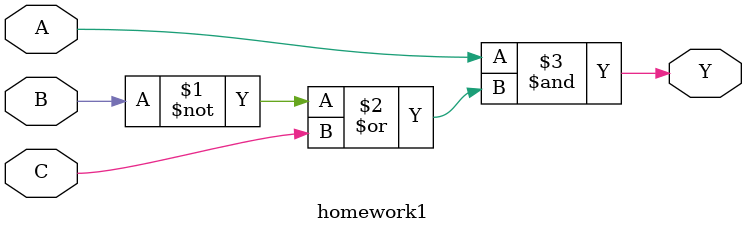
<source format=v>
`timescale 1ns / 1ps
module homework1 (
    input A,
    input B, 
    input C,
    output Y 
    );
    
assign Y = A & (~B | C); // Y = A AND (NOT(B) OR C)
    
endmodule

</source>
